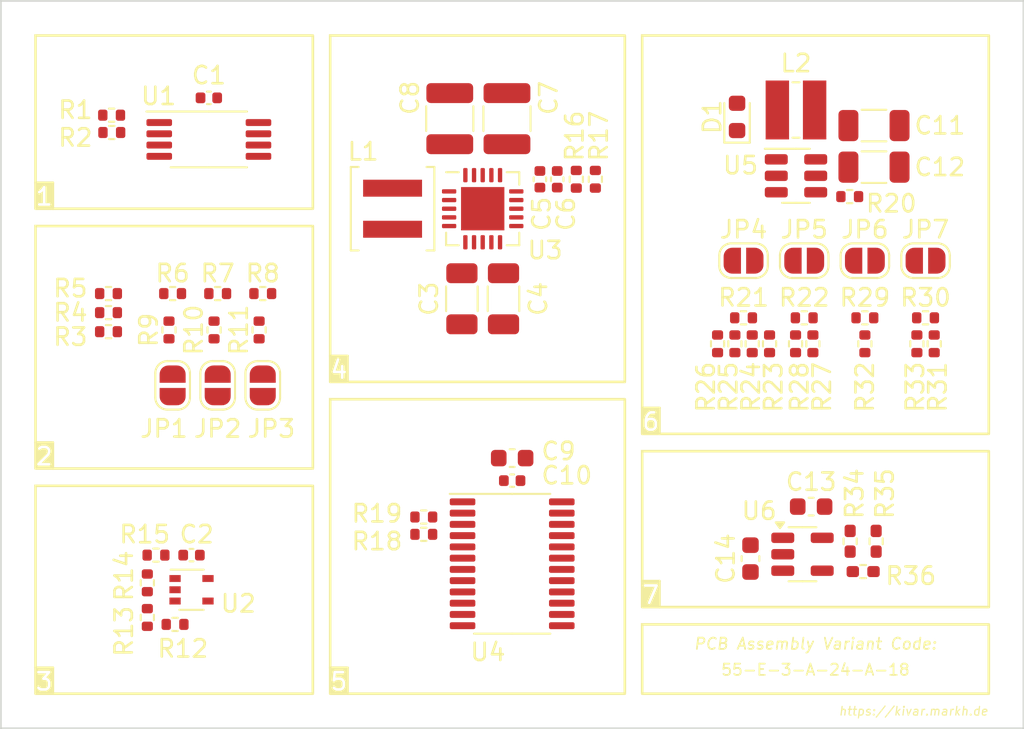
<source format=kicad_pcb>
(kicad_pcb (version 20240108) (generator "pcbnew") (generator_version "8.0")
  (title_block (title "KiVar Demo Board") (date "2025-04-22") (rev "0.5.0") (company "Author: Mark Hämmerling <dev@markh.de>") (comment 4 "https://kivar.markh.de"))
  (layers (0 "F.Cu" signal) (31 "B.Cu" signal) (34 "B.Paste" user) (35 "F.Paste" user) (36 "B.SilkS" user "B.Silkscreen") (37 "F.SilkS" user "F.Silkscreen") (38 "B.Mask" user) (39 "F.Mask" user) (44 "Edge.Cuts" user))
  (net 0 "")
  (net 1 "+BATT")
  (net 2 "GND")
  (net 3 "+3V3")
  (net 4 "Net-(U3-FB)")
  (net 5 "/Example 6: Maximum LED Backlight Drive Current Selection/LED_A")
  (net 6 "Net-(JP1-B)")
  (net 7 "/Example 6: Maximum LED Backlight Drive Current Selection/SW")
  (net 8 "Net-(JP2-B)")
  (net 9 "/Example 2: Boot Source Selection/LCD.DATA6")
  (net 10 "Net-(JP3-B)")
  (net 11 "/Example 2: Boot Source Selection/LCD.DATA7")
  (net 12 "/Example 2: Boot Source Selection/LCD.DATA11")
  (net 13 "/Example 6: Maximum LED Backlight Drive Current Selection/LED_80MA")
  (net 14 "/Example 6: Maximum LED Backlight Drive Current Selection/LED_K")
  (net 15 "/Example 6: Maximum LED Backlight Drive Current Selection/LED_40MA")
  (net 16 "/Example 6: Maximum LED Backlight Drive Current Selection/LED_20MA")
  (net 17 "/Example 6: Maximum LED Backlight Drive Current Selection/LED_10MA")
  (net 18 "/Example 4: IC Variant Selection/LX2")
  (net 19 "/Example 4: IC Variant Selection/LX1")
  (net 20 "/Example 1: I²C Device Address Selection/A0")
  (net 21 "/Example 2: Boot Source Selection/LCD.DATA5")
  (net 22 "/Example 2: Boot Source Selection/LCD.DATA9")
  (net 23 "/Example 2: Boot Source Selection/LCD.DATA13")
  (net 24 "/Example 3: Undervoltage Trip Points/LTH")
  (net 25 "/Example 3: Undervoltage Trip Points/HTH")
  (net 26 "/Example 5: IC Type and Address Selection/A2{slash}~{RST}")
  (net 27 "/Example 6: Maximum LED Backlight Drive Current Selection/LED_PWM")
  (net 28 "/Example 1: I²C Device Address Selection/~{WREN}")
  (net 29 "/Example 1: I²C Device Address Selection/I2C.SDA")
  (net 30 "/Example 1: I²C Device Address Selection/I2C.SCL")
  (net 31 "/Example 3: Undervoltage Trip Points/EN_+3V3")
  (net 32 "/Example 4: IC Variant Selection/EN_+3V3")
  (net 38 "Net-(R12-Pad2)")
  (net 42 "/Example 5: IC Type and Address Selection/I2C1.SDA")
  (net 43 "/Example 5: IC Type and Address Selection/I2C1.SCL")
  (net 54 "Net-(R31-Pad2)")
  (net 55 "+5V")
  (net 56 "/Example 7: LDO Output Voltage Selection/VOUT")
  (net 57 "Net-(U6-FB)")
  (footprint "Resistor_SMD:R_0402_1005Metric" (layer "F.Cu") (at 95.35 90.8 -90)
    (property "Reference" "R26" (at 2.5 0.675 90) (layer "F.SilkS"))
    (property "Value" "10Ω" (hide yes))
    (pad "1" smd roundrect (at -0.51 0 270) (size 0.54 0.64) (layers "F.Cu" "F.Paste" "F.Mask") (net 13 "/Example 6: Maximum LED Backlight Drive Current Selection/LED_80MA"))
    (pad "2" smd roundrect (at 0.51 0 270) (size 0.54 0.64) (layers "F.Cu" "F.Paste" "F.Mask") (net 2 "GND"))
  )
  (footprint "Capacitor_SMD:C_0402_1005Metric" (layer "F.Cu") (at 86.1 81.3 -90)
    (property "Reference" "C6" (at 2 -0.5 90) (layer "F.SilkS"))
    (property "Value" "33pF" (hide yes))
    (pad "1" smd roundrect (at -0.48 0 270) (size 0.56 0.62) (layers "F.Cu" "F.Paste" "F.Mask") (net 3 "+3V3"))
    (pad "2" smd roundrect (at 0.48 0 270) (size 0.56 0.62) (layers "F.Cu" "F.Paste" "F.Mask") (net 4 "Net-(U3-FB)"))
  )
  (footprint "Resistor_SMD:R_0402_1005Metric" (layer "F.Cu") (at 78.4 100.8)
    (property "Reference" "R19" (at -2.7 -0.2 0) (layer "F.SilkS"))
    (property "Value" "0Ω" (hide yes))
    (pad "1" smd roundrect (at -0.51 0) (size 0.54 0.64) (layers "F.Cu" "F.Paste" "F.Mask") (net 2 "GND"))
    (pad "2" smd roundrect (at 0.51 0) (size 0.54 0.64) (layers "F.Cu" "F.Paste" "F.Mask") (net 26 "/Example 5: IC Type and Address Selection/A2{slash}~{RST}"))
  )
  (footprint "Resistor_SMD:R_0402_1005Metric" (layer "F.Cu") (at 64.05 107 180)
    (property "Reference" "R12" (at -0.45 -1.4 180) (layer "F.SilkS"))
    (property "Value" "309kΩ" (hide yes))
    (pad "1" smd roundrect (at -0.51 0 180) (size 0.54 0.64) (layers "F.Cu" "F.Paste" "F.Mask") (net 1 "+BATT"))
    (pad "2" smd roundrect (at 0.51 0 180) (size 0.54 0.64) (layers "F.Cu" "F.Paste" "F.Mask") (net 38 "Net-(R12-Pad2)"))
  )
  (footprint "Resistor_SMD:R_0402_1005Metric" (layer "F.Cu") (at 103.85 89.3)
    (property "Reference" "R29" (at 0 -1.17 0) (layer "F.SilkS"))
    (property "Value" "0Ω" (hide yes))
    (pad "1" smd roundrect (at -0.51 0) (size 0.54 0.64) (layers "F.Cu" "F.Paste" "F.Mask") (net 16 "/Example 6: Maximum LED Backlight Drive Current Selection/LED_20MA"))
    (pad "2" smd roundrect (at 0.51 0) (size 0.54 0.64) (layers "F.Cu" "F.Paste" "F.Mask") (net 14 "/Example 6: Maximum LED Backlight Drive Current Selection/LED_K"))
  )
  (footprint "Resistor_SMD:R_0402_1005Metric" (layer "F.Cu") (at 62.45 104.6 90)
    (property "Reference" "R14" (at 0.4 -1.35 -90) (layer "F.SilkS"))
    (property "Value" "100kΩ" (hide yes))
    (pad "1" smd roundrect (at -0.51 0 90) (size 0.54 0.64) (layers "F.Cu" "F.Paste" "F.Mask") (net 24 "/Example 3: Undervoltage Trip Points/LTH"))
    (pad "2" smd roundrect (at 0.51 0 90) (size 0.54 0.64) (layers "F.Cu" "F.Paste" "F.Mask") (net 25 "/Example 3: Undervoltage Trip Points/HTH"))
  )
  (footprint "Package_DFN_QFN:QFN-20-1EP_4x4mm_P0.5mm_EP2.5x2.5mm" (layer "F.Cu") (at 81.8 83)
    (property "Reference" "U3" (at 3.6 2.4 0) (layer "F.SilkS"))
    (property "Value" "ISL91127IRAZ" (hide yes))
    (pad "1" smd roundrect (at -1.9375 -1) (size 0.825 0.25) (layers "F.Cu" "F.Paste" "F.Mask") (net 18 "/Example 4: IC Variant Selection/LX2"))
    (pad "2" smd roundrect (at -1.9375 -0.5) (size 0.825 0.25) (layers "F.Cu" "F.Paste" "F.Mask") (net 18 "/Example 4: IC Variant Selection/LX2"))
    (pad "3" smd roundrect (at -1.9375 0) (size 0.825 0.25) (layers "F.Cu" "F.Paste" "F.Mask") (net 2 "GND"))
    (pad "4" smd roundrect (at -1.9375 0.5) (size 0.825 0.25) (layers "F.Cu" "F.Paste" "F.Mask") (net 19 "/Example 4: IC Variant Selection/LX1"))
    (pad "5" smd roundrect (at -1.9375 1) (size 0.825 0.25) (layers "F.Cu" "F.Paste" "F.Mask") (net 19 "/Example 4: IC Variant Selection/LX1"))
    (pad "6" smd roundrect (at -1 1.9375) (size 0.25 0.825) (layers "F.Cu" "F.Paste" "F.Mask") (net 1 "+BATT"))
    (pad "7" smd roundrect (at -0.5 1.9375) (size 0.25 0.825) (layers "F.Cu" "F.Paste" "F.Mask") (net 1 "+BATT"))
    (pad "8" smd roundrect (at 0 1.9375) (size 0.25 0.825) (layers "F.Cu" "F.Paste" "F.Mask") (net 1 "+BATT"))
    (pad "9" smd roundrect (at 0.5 1.9375) (size 0.25 0.825) (layers "F.Cu" "F.Paste" "F.Mask") (net 1 "+BATT"))
    (pad "10" smd roundrect (at 1 1.9375) (size 0.25 0.825) (layers "F.Cu" "F.Paste" "F.Mask") (net 1 "+BATT"))
    (pad "11" smd roundrect (at 1.9375 1) (size 0.825 0.25) (layers "F.Cu" "F.Paste" "F.Mask") (net 32 "/Example 4: IC Variant Selection/EN_+3V3"))
    (pad "12" smd roundrect (at 1.9375 0.5) (size 0.825 0.25) (layers "F.Cu" "F.Paste" "F.Mask") (net 1 "+BATT"))
    (pad "13" smd roundrect (at 1.9375 0) (size 0.825 0.25) (layers "F.Cu" "F.Paste" "F.Mask") (net 2 "GND"))
    (pad "14" smd roundrect (at 1.9375 -0.5) (size 0.825 0.25) (layers "F.Cu" "F.Paste" "F.Mask") (net 2 "GND"))
    (pad "15" smd roundrect (at 1.9375 -1) (size 0.825 0.25) (layers "F.Cu" "F.Paste" "F.Mask") (net 4 "Net-(U3-FB)"))
    (pad "16" smd roundrect (at 1 -1.9375) (size 0.25 0.825) (layers "F.Cu" "F.Paste" "F.Mask"))
    (pad "17" smd roundrect (at 0.5 -1.9375) (size 0.25 0.825) (layers "F.Cu" "F.Paste" "F.Mask") (net 3 "+3V3"))
    (pad "18" smd roundrect (at 0 -1.9375) (size 0.25 0.825) (layers "F.Cu" "F.Paste" "F.Mask") (net 3 "+3V3"))
    (pad "19" smd roundrect (at -0.5 -1.9375) (size 0.25 0.825) (layers "F.Cu" "F.Paste" "F.Mask") (net 3 "+3V3"))
    (pad "20" smd roundrect (at -1 -1.9375) (size 0.25 0.825) (layers "F.Cu" "F.Paste" "F.Mask") (net 3 "+3V3"))
    (pad "21" smd rect (at 0 0) (size 2.5 2.5) (layers "F.Cu" "F.Mask") (net 2 "GND"))
  )
  (footprint "Resistor_SMD:R_0402_1005Metric" (layer "F.Cu") (at 97.35 90.8 -90)
    (property "Reference" "R24" (at 2.5 0.075 90) (layer "F.SilkS"))
    (property "Value" "10Ω" (hide yes))
    (pad "1" smd roundrect (at -0.51 0 270) (size 0.54 0.64) (layers "F.Cu" "F.Paste" "F.Mask") (net 13 "/Example 6: Maximum LED Backlight Drive Current Selection/LED_80MA"))
    (pad "2" smd roundrect (at 0.51 0 270) (size 0.54 0.64) (layers "F.Cu" "F.Paste" "F.Mask") (net 2 "GND"))
  )
  (footprint "Resistor_SMD:R_0402_1005Metric" (layer "F.Cu") (at 78.4 101.8 180)
    (property "Reference" "R18" (at 2.7 -0.4 180) (layer "F.SilkS"))
    (property "Value" "10kΩ" (hide yes))
    (pad "1" smd roundrect (at -0.51 0 180) (size 0.54 0.64) (layers "F.Cu" "F.Paste" "F.Mask") (net 26 "/Example 5: IC Type and Address Selection/A2{slash}~{RST}"))
    (pad "2" smd roundrect (at 0.51 0 180) (size 0.54 0.64) (layers "F.Cu" "F.Paste" "F.Mask") (net 3 "+3V3"))
  )
  (footprint "Jumper:SolderJumper-2_P1.3mm_Open_RoundedPad1.0x1.5mm" (layer "F.Cu") (at 69.11 93.2 90)
    (property "Reference" "JP3" (at -2.5 0.5 0) (layer "F.SilkS"))
    (property "Value" "BT_CFG2_3" (hide yes))
    (pad "1" smd custom (at -0.65 0 90) (size 1 0.5) (layers "F.Cu" "F.Mask") (net 12 "/Example 2: Boot Source Selection/LCD.DATA11") (options (clearance outline) (anchor rect)) (primitives (gr_circle (center 0 0.25) (end 0.5 0.25) (width 0) (fill yes)) (gr_circle (center 0 -0.25) (end 0.5 -0.25) (width 0) (fill yes)) (gr_poly (pts (xy 0.5 0.75) (xy 0 0.75) (xy 0 -0.75) (xy 0.5 -0.75)) (width 0) (fill yes))))
    (pad "2" smd custom (at 0.65 0 90) (size 1 0.5) (layers "F.Cu" "F.Mask") (net 10 "Net-(JP3-B)") (options (clearance outline) (anchor rect)) (primitives (gr_circle (center 0 0.25) (end 0.5 0.25) (width 0) (fill yes)) (gr_circle (center 0 -0.25) (end 0.5 -0.25) (width 0) (fill yes)) (gr_poly (pts (xy 0 0.75) (xy -0.5 0.75) (xy -0.5 -0.75) (xy 0 -0.75)) (width 0) (fill yes))))
  )
  (footprint "Package_TO_SOT_SMD:SOT-23-5" (layer "F.Cu") (at 100.25 102.95)
    (property "Reference" "U6" (at -2.5 -2.5 0) (layer "F.SilkS"))
    (property "Value" "LDO" (hide yes))
    (pad "1" smd roundrect (at -1.1375 -0.95) (size 1.325 0.6) (layers "F.Cu" "F.Paste" "F.Mask") (net 55 "+5V"))
    (pad "2" smd roundrect (at -1.1375 0) (size 1.325 0.6) (layers "F.Cu" "F.Paste" "F.Mask") (net 2 "GND"))
    (pad "3" smd roundrect (at -1.1375 0.95) (size 1.325 0.6) (layers "F.Cu" "F.Paste" "F.Mask") (net 55 "+5V"))
    (pad "4" smd roundrect (at 1.1375 0.95) (size 1.325 0.6) (layers "F.Cu" "F.Paste" "F.Mask") (net 57 "Net-(U6-FB)"))
    (pad "5" smd roundrect (at 1.1375 -0.95) (size 1.325 0.6) (layers "F.Cu" "F.Paste" "F.Mask") (net 56 "/Example 7: LDO Output Voltage Selection/VOUT"))
  )
  (footprint "Resistor_SMD:R_0402_1005Metric" (layer "F.Cu") (at 60.21 87.9)
    (property "Reference" "R5" (at -2.2 -0.3 0) (layer "F.SilkS"))
    (property "Value" "10kΩ" (hide yes))
    (pad "1" smd roundrect (at -0.51 0) (size 0.54 0.64) (layers "F.Cu" "F.Paste" "F.Mask") (net 23 "/Example 2: Boot Source Selection/LCD.DATA13"))
    (pad "2" smd roundrect (at 0.51 0) (size 0.54 0.64) (layers "F.Cu" "F.Paste" "F.Mask") (net 3 "+3V3"))
  )
  (footprint "Inductor_SMD:L_Coilcraft_XAL4030-XXX" (layer "F.Cu") (at 76.6 83 -90)
    (property "Reference" "L1" (at -3.3 1.7 0) (layer "F.SilkS"))
    (property "Value" "1µH" (hide yes))
    (pad "1" smd rect (at -1.185 0 270) (size 0.98 3.4) (layers "F.Cu" "F.Paste" "F.Mask") (net 18 "/Example 4: IC Variant Selection/LX2"))
    (pad "2" smd rect (at 1.185 0 270) (size 0.98 3.4) (layers "F.Cu" "F.Paste" "F.Mask") (net 19 "/Example 4: IC Variant Selection/LX1"))
  )
  (footprint "Resistor_SMD:R_0402_1005Metric" (layer "F.Cu") (at 66.3 90 90)
    (property "Reference" "R10" (at 0 -1.17 -90) (layer "F.SilkS"))
    (property "Value" "0Ω" (hide yes))
    (pad "1" smd roundrect (at -0.51 0 90) (size 0.54 0.64) (layers "F.Cu" "F.Paste" "F.Mask") (net 11 "/Example 2: Boot Source Selection/LCD.DATA7"))
    (pad "2" smd roundrect (at 0.51 0 90) (size 0.54 0.64) (layers "F.Cu" "F.Paste" "F.Mask") (net 8 "Net-(JP2-B)"))
  )
  (footprint "Resistor_SMD:R_0402_1005Metric" (layer "F.Cu") (at 87.2 81.3 -90)
    (property "Reference" "R16" (at -2.5 0.1 90) (layer "F.SilkS"))
    (property "Value" "1MΩ" (hide yes))
    (pad "1" smd roundrect (at -0.51 0 270) (size 0.54 0.64) (layers "F.Cu" "F.Paste" "F.Mask") (net 3 "+3V3"))
    (pad "2" smd roundrect (at 0.51 0 270) (size 0.54 0.64) (layers "F.Cu" "F.Paste" "F.Mask") (net 4 "Net-(U3-FB)"))
  )
  (footprint "Resistor_SMD:R_0402_1005Metric" (layer "F.Cu") (at 63.7 90 90)
    (property "Reference" "R9" (at 0 -1.17 -90) (layer "F.SilkS"))
    (property "Value" "0Ω" (hide yes))
    (pad "1" smd roundrect (at -0.51 0 90) (size 0.54 0.64) (layers "F.Cu" "F.Paste" "F.Mask") (net 9 "/Example 2: Boot Source Selection/LCD.DATA6"))
    (pad "2" smd roundrect (at 0.51 0 90) (size 0.54 0.64) (layers "F.Cu" "F.Paste" "F.Mask") (net 6 "Net-(JP1-B)"))
  )
  (footprint "Resistor_SMD:R_0402_1005Metric" (layer "F.Cu") (at 62.45 106.6 90)
    (property "Reference" "R13" (at -0.8 -1.35 -90) (layer "F.SilkS"))
    (property "Value" "1MΩ" (hide yes))
    (pad "1" smd roundrect (at -0.51 0 90) (size 0.54 0.64) (layers "F.Cu" "F.Paste" "F.Mask") (net 38 "Net-(R12-Pad2)"))
    (pad "2" smd roundrect (at 0.51 0 90) (size 0.54 0.64) (layers "F.Cu" "F.Paste" "F.Mask") (net 24 "/Example 3: Undervoltage Trip Points/LTH"))
  )
  (footprint "Jumper:SolderJumper-2_P1.3mm_Open_RoundedPad1.0x1.5mm" (layer "F.Cu") (at 103.85 86)
    (property "Reference" "JP6" (at 0 -1.8 0) (layer "F.SilkS"))
    (property "Value" "BT_CFG1_6" (hide yes))
    (pad "1" smd custom (at -0.65 0) (size 1 0.5) (layers "F.Cu" "F.Mask") (net 16 "/Example 6: Maximum LED Backlight Drive Current Selection/LED_20MA") (options (clearance outline) (anchor rect)) (primitives (gr_circle (center 0 0.25) (end 0.5 0.25) (width 0) (fill yes)) (gr_circle (center 0 -0.25) (end 0.5 -0.25) (width 0) (fill yes)) (gr_poly (pts (xy 0.5 0.75) (xy 0 0.75) (xy 0 -0.75) (xy 0.5 -0.75)) (width 0) (fill yes))))
    (pad "2" smd custom (at 0.65 0) (size 1 0.5) (layers "F.Cu" "F.Mask") (net 14 "/Example 6: Maximum LED Backlight Drive Current Selection/LED_K") (options (clearance outline) (anchor rect)) (primitives (gr_circle (center 0 0.25) (end 0.5 0.25) (width 0) (fill yes)) (gr_circle (center 0 -0.25) (end 0.5 -0.25) (width 0) (fill yes)) (gr_poly (pts (xy 0 0.75) (xy -0.5 0.75) (xy -0.5 -0.75) (xy 0 -0.75)) (width 0) (fill yes))))
  )
  (footprint "Resistor_SMD:R_0402_1005Metric_Pad0.72x0.64mm_HandSolder" (layer "F.Cu") (at 103.75 103.95 180)
    (property "Reference" "R36" (at -2.75 -0.25 0) (layer "F.SilkS"))
    (property "Value" "100kΩ" (hide yes))
    (pad "1" smd roundrect (at -0.5975 0 180) (size 0.715 0.64) (layers "F.Cu" "F.Paste" "F.Mask") (net 2 "GND"))
    (pad "2" smd roundrect (at 0.5975 0 180) (size 0.715 0.64) (layers "F.Cu" "F.Paste" "F.Mask") (net 57 "Net-(U6-FB)"))
  )
  (footprint "Capacitor_SMD:C_1210_3225Metric" (layer "F.Cu") (at 83.2 77.8 90)
    (property "Reference" "C7" (at 1.2 2.4 90) (layer "F.SilkS"))
    (property "Value" "100µF" (hide yes))
    (pad "1" smd roundrect (at -1.475 0 90) (size 1.15 2.7) (layers "F.Cu" "F.Paste" "F.Mask") (roundrect_rratio 0.217391) (net 3 "+3V3"))
    (pad "2" smd roundrect (at 1.475 0 90) (size 1.15 2.7) (layers "F.Cu" "F.Paste" "F.Mask") (roundrect_rratio 0.217391) (net 2 "GND"))
  )
  (footprint "Capacitor_SMD:C_0603_1608Metric" (layer "F.Cu") (at 97.25 103.2 90)
    (property "Reference" "C14" (at 0 -1.43 90) (layer "F.SilkS"))
    (property "Value" "1µF" (hide yes))
    (pad "1" smd roundrect (at -0.775 0 90) (size 0.9 0.95) (layers "F.Cu" "F.Paste" "F.Mask") (net 55 "+5V"))
    (pad "2" smd roundrect (at 0.775 0 90) (size 0.9 0.95) (layers "F.Cu" "F.Paste" "F.Mask") (net 2 "GND"))
  )
  (footprint "Resistor_SMD:R_0402_1005Metric" (layer "F.Cu") (at 100.35 89.3)
    (property "Reference" "R22" (at 0 -1.17 0) (layer "F.SilkS"))
    (property "Value" "0Ω" (hide yes))
    (pad "1" smd roundrect (at -0.51 0) (size 0.54 0.64) (layers "F.Cu" "F.Paste" "F.Mask") (net 15 "/Example 6: Maximum LED Backlight Drive Current Selection/LED_40MA"))
    (pad "2" smd roundrect (at 0.51 0) (size 0.54 0.64) (layers "F.Cu" "F.Paste" "F.Mask") (net 14 "/Example 6: Maximum LED Backlight Drive Current Selection/LED_K"))
  )
  (footprint "Resistor_SMD:R_0402_1005Metric" (layer "F.Cu") (at 60.21 90.1)
    (property "Reference" "R3" (at -2.2 0.3 0) (layer "F.SilkS"))
    (property "Value" "10kΩ" (hide yes))
    (pad "1" smd roundrect (at -0.51 0) (size 0.54 0.64) (layers "F.Cu" "F.Paste" "F.Mask") (net 21 "/Example 2: Boot Source Selection/LCD.DATA5"))
    (pad "2" smd roundrect (at 0.51 0) (size 0.54 0.64) (layers "F.Cu" "F.Paste" "F.Mask") (net 3 "+3V3"))
  )
  (footprint "Resistor_SMD:R_0402_1005Metric" (layer "F.Cu") (at 62.95 103)
    (property "Reference" "R15" (at -0.65 -1.2 0) (layer "F.SilkS"))
    (property "Value" "750kΩ" (hide yes))
    (pad "1" smd roundrect (at -0.51 0) (size 0.54 0.64) (layers "F.Cu" "F.Paste" "F.Mask") (net 25 "/Example 3: Undervoltage Trip Points/HTH"))
    (pad "2" smd roundrect (at 0.51 0) (size 0.54 0.64) (layers "F.Cu" "F.Paste" "F.Mask") (net 2 "GND"))
  )
  (footprint "Resistor_SMD:R_0402_1005Metric" (layer "F.Cu") (at 60.4 78.6)
    (property "Reference" "R2" (at -2.1 0.3 0) (layer "F.SilkS"))
    (property "Value" "0Ω" (hide yes))
    (pad "1" smd roundrect (at -0.51 0) (size 0.54 0.64) (layers "F.Cu" "F.Paste" "F.Mask") (net 2 "GND"))
    (pad "2" smd roundrect (at 0.51 0) (size 0.54 0.64) (layers "F.Cu" "F.Paste" "F.Mask") (net 20 "/Example 1: I²C Device Address Selection/A0"))
  )
  (footprint "Capacitor_SMD:C_0402_1005Metric" (layer "F.Cu") (at 85.1 81.3 -90)
    (property "Reference" "C5" (at 2 -0.1 90) (layer "F.SilkS"))
    (property "Value" "33pF" (hide yes))
    (pad "1" smd roundrect (at -0.48 0 270) (size 0.56 0.62) (layers "F.Cu" "F.Paste" "F.Mask") (net 3 "+3V3"))
    (pad "2" smd roundrect (at 0.48 0 270) (size 0.56 0.62) (layers "F.Cu" "F.Paste" "F.Mask") (net 4 "Net-(U3-FB)"))
  )
  (footprint "Jumper:SolderJumper-2_P1.3mm_Open_RoundedPad1.0x1.5mm" (layer "F.Cu") (at 66.51 93.2 90)
    (property "Reference" "JP2" (at -2.5 0 0) (layer "F.SilkS"))
    (property "Value" "BT_CFG1_7" (hide yes))
    (pad "1" smd custom (at -0.65 0 90) (size 1 0.5) (layers "F.Cu" "F.Mask") (net 11 "/Example 2: Boot Source Selection/LCD.DATA7") (options (clearance outline) (anchor rect)) (primitives (gr_circle (center 0 0.25) (end 0.5 0.25) (width 0) (fill yes)) (gr_circle (center 0 -0.25) (end 0.5 -0.25) (width 0) (fill yes)) (gr_poly (pts (xy 0.5 0.75) (xy 0 0.75) (xy 0 -0.75) (xy 0.5 -0.75)) (width 0) (fill yes))))
    (pad "2" smd custom (at 0.65 0 90) (size 1 0.5) (layers "F.Cu" "F.Mask") (net 8 "Net-(JP2-B)") (options (clearance outline) (anchor rect)) (primitives (gr_circle (center 0 0.25) (end 0.5 0.25) (width 0) (fill yes)) (gr_circle (center 0 -0.25) (end 0.5 -0.25) (width 0) (fill yes)) (gr_poly (pts (xy 0 0.75) (xy -0.5 0.75) (xy -0.5 -0.75) (xy 0 -0.75)) (width 0) (fill yes))))
  )
  (footprint "Resistor_SMD:R_0402_1005Metric" (layer "F.Cu") (at 100.85 90.8 -90)
    (property "Reference" "R27" (at 2.5 -0.525 90) (layer "F.SilkS"))
    (property "Value" "10Ω" (hide yes))
    (pad "1" smd roundrect (at -0.51 0 270) (size 0.54 0.64) (layers "F.Cu" "F.Paste" "F.Mask") (net 15 "/Example 6: Maximum LED Backlight Drive Current Selection/LED_40MA"))
    (pad "2" smd roundrect (at 0.51 0 270) (size 0.54 0.64) (layers "F.Cu" "F.Paste" "F.Mask") (net 2 "GND"))
  )
  (footprint "Capacitor_SMD:C_1206_3216Metric" (layer "F.Cu") (at 104.375 80.6)
    (property "Reference" "C12" (at 3.8 0 0) (layer "F.SilkS"))
    (property "Value" "1µF 50V" (hide yes))
    (pad "1" smd roundrect (at -1.475 0) (size 1.15 1.8) (layers "F.Cu" "F.Paste" "F.Mask") (roundrect_rratio 0.217391) (net 5 "/Example 6: Maximum LED Backlight Drive Current Selection/LED_A"))
    (pad "2" smd roundrect (at 1.475 0) (size 1.15 1.8) (layers "F.Cu" "F.Paste" "F.Mask") (roundrect_rratio 0.217391) (net 2 "GND"))
  )
  (footprint "Resistor_SMD:R_0402_1005Metric" (layer "F.Cu") (at 63.91 87.9)
    (property "Reference" "R6" (at 0 -1.17 0) (layer "F.SilkS"))
    (property "Value" "10kΩ" (hide yes))
    (pad "1" smd roundrect (at -0.51 0) (size 0.54 0.64) (layers "F.Cu" "F.Paste" "F.Mask") (net 6 "Net-(JP1-B)"))
    (pad "2" smd roundrect (at 0.51 0) (size 0.54 0.64) (layers "F.Cu" "F.Paste" "F.Mask") (net 3 "+3V3"))
  )
  (footprint "Resistor_SMD:R_0402_1005Metric" (layer "F.Cu") (at 68.9 90 90)
    (property "Reference" "R11" (at 0 -1.17 -90) (layer "F.SilkS"))
    (property "Value" "0Ω" (hide yes))
    (pad "1" smd roundrect (at -0.51 0 90) (size 0.54 0.64) (layers "F.Cu" "F.Paste" "F.Mask") (net 12 "/Example 2: Boot Source Selection/LCD.DATA11"))
    (pad "2" smd roundrect (at 0.51 0 90) (size 0.54 0.64) (layers "F.Cu" "F.Paste" "F.Mask") (net 10 "Net-(JP3-B)"))
  )
  (footprint "Resistor_SMD:R_0402_1005Metric" (layer "F.Cu") (at 107.35 89.3)
    (property "Reference" "R30" (at 0 -1.17 0) (layer "F.SilkS"))
    (property "Value" "0Ω" (hide yes))
    (pad "1" smd roundrect (at -0.51 0) (size 0.54 0.64) (layers "F.Cu" "F.Paste" "F.Mask") (net 17 "/Example 6: Maximum LED Backlight Drive Current Selection/LED_10MA"))
    (pad "2" smd roundrect (at 0.51 0) (size 0.54 0.64) (layers "F.Cu" "F.Paste" "F.Mask") (net 14 "/Example 6: Maximum LED Backlight Drive Current Selection/LED_K"))
  )
  (footprint "Capacitor_SMD:C_0402_1005Metric" (layer "F.Cu") (at 65 103 180)
    (property "Reference" "C2" (at -0.3 1.2 180) (layer "F.SilkS"))
    (property "Value" "0.1µF" (hide yes))
    (pad "1" smd roundrect (at -0.48 0 180) (size 0.56 0.62) (layers "F.Cu" "F.Paste" "F.Mask") (net 1 "+BATT"))
    (pad "2" smd roundrect (at 0.48 0 180) (size 0.56 0.62) (layers "F.Cu" "F.Paste" "F.Mask") (net 2 "GND"))
  )
  (footprint "Inductor_SMD:L_Wuerth_MAPI-3020" (layer "F.Cu") (at 99.875 77.3)
    (property "Reference" "L2" (at 0 -2.7 0) (layer "F.SilkS"))
    (property "Value" "6.8µH" (hide yes))
    (pad "1" smd rect (at -1.075 0) (size 1.35 3.4) (layers "F.Cu" "F.Paste" "F.Mask") (net 7 "/Example 6: Maximum LED Backlight Drive Current Selection/SW"))
    (pad "2" smd rect (at 1.075 0) (size 1.35 3.4) (layers "F.Cu" "F.Paste" "F.Mask") (net 1 "+BATT"))
  )
  (footprint "Jumper:SolderJumper-2_P1.3mm_Open_RoundedPad1.0x1.5mm" (layer "F.Cu") (at 107.35 86)
    (property "Reference" "JP7" (at 0 -1.8 0) (layer "F.SilkS"))
    (property "Value" "BT_CFG1_6" (hide yes))
    (pad "1" smd custom (at -0.65 0) (size 1 0.5) (layers "F.Cu" "F.Mask") (net 17 "/Example 6: Maximum LED Backlight Drive Current Selection/LED_10MA") (options (clearance outline) (anchor rect)) (primitives (gr_circle (center 0 0.25) (end 0.5 0.25) (width 0) (fill yes)) (gr_circle (center 0 -0.25) (end 0.5 -0.25) (width 0) (fill yes)) (gr_poly (pts (xy 0.5 0.75) (xy 0 0.75) (xy 0 -0.75) (xy 0.5 -0.75)) (width 0) (fill yes))))
    (pad "2" smd custom (at 0.65 0) (size 1 0.5) (layers "F.Cu" "F.Mask") (net 14 "/Example 6: Maximum LED Backlight Drive Current Selection/LED_K") (options (clearance outline) (anchor rect)) (primitives (gr_circle (center 0 0.25) (end 0.5 0.25) (width 0) (fill yes)) (gr_circle (center 0 -0.25) (end 0.5 -0.25) (width 0) (fill yes)) (gr_poly (pts (xy 0 0.75) (xy -0.5 0.75) (xy -0.5 -0.75) (xy 0 -0.75)) (width 0) (fill yes))))
  )
  (footprint "Package_TO_SOT_SMD:SOT-353_SC-70-5" (layer "F.Cu") (at 65 105)
    (property "Reference" "U2" (at 2.7 0.8 0) (layer "F.SilkS"))
    (property "Value" "MIC841HYC5" (hide yes))
    (pad "1" smd rect (at -0.95 -0.65) (size 0.65 0.4) (layers "F.Cu" "F.Paste" "F.Mask") (net 25 "/Example 3: Undervoltage Trip Points/HTH"))
    (pad "2" smd rect (at -0.95 0) (size 0.65 0.4) (layers "F.Cu" "F.Paste" "F.Mask") (net 2 "GND"))
    (pad "3" smd rect (at -0.95 0.65) (size 0.65 0.4) (layers "F.Cu" "F.Paste" "F.Mask") (net 24 "/Example 3: Undervoltage Trip Points/LTH"))
    (pad "4" smd rect (at 0.95 0.65) (size 0.65 0.4) (layers "F.Cu" "F.Paste" "F.Mask") (net 31 "/Example 3: Undervoltage Trip Points/EN_+3V3"))
    (pad "5" smd rect (at 0.95 -0.65) (size 0.65 0.4) (layers "F.Cu" "F.Paste" "F.Mask") (net 1 "+BATT"))
  )
  (footprint "Capacitor_SMD:C_0603_1608Metric" (layer "F.Cu") (at 100.75 100.2)
    (property "Reference" "C13" (at 0 -1.43 0) (layer "F.SilkS"))
    (property "Value" "1µF" (hide yes))
    (pad "1" smd roundrect (at -0.775 0) (size 0.9 0.95) (layers "F.Cu" "F.Paste" "F.Mask") (net 2 "GND"))
    (pad "2" smd roundrect (at 0.775 0) (size 0.9 0.95) (layers "F.Cu" "F.Paste" "F.Mask") (net 56 "/Example 7: LDO Output Voltage Selection/VOUT"))
  )
  (footprint "Capacitor_SMD:C_0402_1005Metric" (layer "F.Cu") (at 66 76.6 180)
    (property "Reference" "C1" (at 0 1.3 180) (layer "F.SilkS"))
    (property "Value" "0.1µF" (hide yes))
    (pad "1" smd roundrect (at -0.48 0 180) (size 0.56 0.62) (layers "F.Cu" "F.Paste" "F.Mask") (net 3 "+3V3"))
    (pad "2" smd roundrect (at 0.48 0 180) (size 0.56 0.62) (layers "F.Cu" "F.Paste" "F.Mask") (net 2 "GND"))
  )
  (footprint "Resistor_SMD:R_0402_1005Metric" (layer "F.Cu") (at 107.85 90.8 -90)
    (property "Reference" "R31" (at 2.5 -0.2 90) (layer "F.SilkS"))
    (property "Value" "10Ω" (hide yes))
    (pad "1" smd roundrect (at -0.51 0 270) (size 0.54 0.64) (layers "F.Cu" "F.Paste" "F.Mask") (net 17 "/Example 6: Maximum LED Backlight Drive Current Selection/LED_10MA"))
    (pad "2" smd roundrect (at 0.51 0 270) (size 0.54 0.64) (layers "F.Cu" "F.Paste" "F.Mask") (net 54 "Net-(R31-Pad2)"))
  )
  (footprint "Resistor_SMD:R_0402_1005Metric_Pad0.72x0.64mm_HandSolder" (layer "F.Cu") (at 103 102.2 -90)
    (property "Reference" "R34" (at -2.75 -0.25 90) (layer "F.SilkS"))
    (property "Value" "100kΩ" (hide yes))
    (pad "1" smd roundrect (at -0.5975 0 270) (size 0.715 0.64) (layers "F.Cu" "F.Paste" "F.Mask") (net 56 "/Example 7: LDO Output Voltage Selection/VOUT"))
    (pad "2" smd roundrect (at 0.5975 0 270) (size 0.715 0.64) (layers "F.Cu" "F.Paste" "F.Mask") (net 57 "Net-(U6-FB)"))
  )
  (footprint "Resistor_SMD:R_0402_1005Metric" (layer "F.Cu") (at 69.11 87.9)
    (property "Reference" "R8" (at 0 -1.17 0) (layer "F.SilkS"))
    (property "Value" "10kΩ" (hide yes))
    (pad "1" smd roundrect (at -0.51 0) (size 0.54 0.64) (layers "F.Cu" "F.Paste" "F.Mask") (net 10 "Net-(JP3-B)"))
    (pad "2" smd roundrect (at 0.51 0) (size 0.54 0.64) (layers "F.Cu" "F.Paste" "F.Mask") (net 3 "+3V3"))
  )
  (footprint "Resistor_SMD:R_0402_1005Metric" (layer "F.Cu") (at 66.51 87.9)
    (property "Reference" "R7" (at 0 -1.17 0) (layer "F.SilkS"))
    (property "Value" "10kΩ" (hide yes))
    (pad "1" smd roundrect (at -0.51 0) (size 0.54 0.64) (layers "F.Cu" "F.Paste" "F.Mask") (net 8 "Net-(JP2-B)"))
    (pad "2" smd roundrect (at 0.51 0) (size 0.54 0.64) (layers "F.Cu" "F.Paste" "F.Mask") (net 3 "+3V3"))
  )
  (footprint "Resistor_SMD:R_0402_1005Metric" (layer "F.Cu") (at 99.85 90.8 -90)
    (property "Reference" "R28" (at 2.5 -0.225 90) (layer "F.SilkS"))
    (property "Value" "10Ω" (hide yes))
    (pad "1" smd roundrect (at -0.51 0 270) (size 0.54 0.64) (layers "F.Cu" "F.Paste" "F.Mask") (net 15 "/Example 6: Maximum LED Backlight Drive Current Selection/LED_40MA"))
    (pad "2" smd roundrect (at 0.51 0 270) (size 0.54 0.64) (layers "F.Cu" "F.Paste" "F.Mask") (net 2 "GND"))
  )
  (footprint "Capacitor_SMD:C_1206_3216Metric" (layer "F.Cu") (at 83 88.2 -90)
    (property "Reference" "C4" (at 0 -2 90) (layer "F.SilkS"))
    (property "Value" "22µF" (hide yes))
    (pad "1" smd roundrect (at -1.475 0 270) (size 1.15 1.8) (layers "F.Cu" "F.Paste" "F.Mask") (roundrect_rratio 0.217391) (net 1 "+BATT"))
    (pad "2" smd roundrect (at 1.475 0 270) (size 1.15 1.8) (layers "F.Cu" "F.Paste" "F.Mask") (roundrect_rratio 0.217391) (net 2 "GND"))
  )
  (footprint "Capacitor_SMD:C_0402_1005Metric" (layer "F.Cu") (at 83.5 98.7 180)
    (property "Reference" "C10" (at -1.6 0.3 180) (layer "F.SilkS") (effects (justify left)))
    (property "Value" "0.1µF" (hide yes))
    (pad "1" smd roundrect (at -0.48 0 180) (size 0.56 0.62) (layers "F.Cu" "F.Paste" "F.Mask") (net 3 "+3V3"))
    (pad "2" smd roundrect (at 0.48 0 180) (size 0.56 0.62) (layers "F.Cu" "F.Paste" "F.Mask") (net 2 "GND"))
  )
  (footprint "Package_SO:TSSOP-8_4.4x3mm_P0.65mm" (layer "F.Cu") (at 66 79)
    (property "Reference" "U1" (at -2.9 -2.5 0) (layer "F.SilkS"))
    (property "Value" "24C02" (hide yes))
    (pad "1" smd roundrect (at -2.8625 -0.975) (size 1.475 0.4) (layers "F.Cu" "F.Paste" "F.Mask") (net 20 "/Example 1: I²C Device Address Selection/A0"))
    (pad "2" smd roundrect (at -2.8625 -0.325) (size 1.475 0.4) (layers "F.Cu" "F.Paste" "F.Mask") (net 2 "GND"))
    (pad "3" smd roundrect (at -2.8625 0.325) (size 1.475 0.4) (layers "F.Cu" "F.Paste" "F.Mask") (net 3 "+3V3"))
    (pad "4" smd roundrect (at -2.8625 0.975) (size 1.475 0.4) (layers "F.Cu" "F.Paste" "F.Mask") (net 2 "GND"))
    (pad "5" smd roundrect (at 2.8625 0.975) (size 1.475 0.4) (layers "F.Cu" "F.Paste" "F.Mask") (net 29 "/Example 1: I²C Device Address Selection/I2C.SDA"))
    (pad "6" smd roundrect (at 2.8625 0.325) (size 1.475 0.4) (layers "F.Cu" "F.Paste" "F.Mask") (net 30 "/Example 1: I²C Device Address Selection/I2C.SCL"))
    (pad "7" smd roundrect (at 2.8625 -0.325) (size 1.475 0.4) (layers "F.Cu" "F.Paste" "F.Mask") (net 28 "/Example 1: I²C Device Address Selection/~{WREN}"))
    (pad "8" smd roundrect (at 2.8625 -0.975) (size 1.475 0.4) (layers "F.Cu" "F.Paste" "F.Mask") (net 3 "+3V3"))
  )
  (footprint "Resistor_SMD:R_0402_1005Metric" (layer "F.Cu") (at 102.975 82.3)
    (property "Reference" "R20" (at 2.4 0.4 0) (layer "F.SilkS"))
    (property "Value" "10kΩ" (hide yes))
    (pad "1" smd roundrect (at -0.51 0) (size 0.54 0.64) (layers "F.Cu" "F.Paste" "F.Mask") (net 27 "/Example 6: Maximum LED Backlight Drive Current Selection/LED_PWM"))
    (pad "2" smd roundrect (at 0.51 0) (size 0.54 0.64) (layers "F.Cu" "F.Paste" "F.Mask") (net 2 "GND"))
  )
  (footprint "Capacitor_SMD:C_1206_3216Metric" (layer "F.Cu") (at 104.375 78.2)
    (property "Reference" "C11" (at 3.8 0 0) (layer "F.SilkS"))
    (property "Value" "10µF" (hide yes))
    (pad "1" smd roundrect (at -1.475 0) (size 1.15 1.8) (layers "F.Cu" "F.Paste" "F.Mask") (roundrect_rratio 0.217391) (net 1 "+BATT"))
    (pad "2" smd roundrect (at 1.475 0) (size 1.15 1.8) (layers "F.Cu" "F.Paste" "F.Mask") (roundrect_rratio 0.217391) (net 2 "GND"))
  )
  (footprint "Resistor_SMD:R_0402_1005Metric" (layer "F.Cu") (at 96.85 89.3)
    (property "Reference" "R21" (at 0 -1.17 0) (layer "F.SilkS"))
    (property "Value" "0Ω" (hide yes))
    (pad "1" smd roundrect (at -0.51 0) (size 0.54 0.64) (layers "F.Cu" "F.Paste" "F.Mask") (net 13 "/Example 6: Maximum LED Backlight Drive Current Selection/LED_80MA"))
    (pad "2" smd roundrect (at 0.51 0) (size 0.54 0.64) (layers "F.Cu" "F.Paste" "F.Mask") (net 14 "/Example 6: Maximum LED Backlight Drive Current Selection/LED_K"))
  )
  (footprint "Package_SO:TSSOP-24_4.4x7.8mm_P0.65mm" (layer "F.Cu") (at 83.5 103.5)
    (property "Reference" "U4" (at -1.4 5.1 0) (layer "F.SilkS"))
    (property "Value" "TCA9535PWR" (hide yes))
    (pad "1" smd roundrect (at -2.8625 -3.575) (size 1.475 0.4) (layers "F.Cu" "F.Paste" "F.Mask"))
    (pad "2" smd roundrect (at -2.8625 -2.925) (size 1.475 0.4) (layers "F.Cu" "F.Paste" "F.Mask") (net 2 "GND"))
    (pad "3" smd roundrect (at -2.8625 -2.275) (size 1.475 0.4) (layers "F.Cu" "F.Paste" "F.Mask") (net 26 "/Example 5: IC Type and Address Selection/A2{slash}~{RST}"))
    (pad "4" smd roundrect (at -2.8625 -1.625) (size 1.475 0.4) (layers "F.Cu" "F.Paste" "F.Mask"))
    (pad "5" smd roundrect (at -2.8625 -0.975) (size 1.475 0.4) (layers "F.Cu" "F.Paste" "F.Mask"))
    (pad "6" smd roundrect (at -2.8625 -0.325) (size 1.475 0.4) (layers "F.Cu" "F.Paste" "F.Mask"))
    (pad "7" smd roundrect (at -2.8625 0.325) (size 1.475 0.4) (layers "F.Cu" "F.Paste" "F.Mask"))
    (pad "8" smd roundrect (at -2.8625 0.975) (size 1.475 0.4) (layers "F.Cu" "F.Paste" "F.Mask"))
    (pad "9" smd roundrect (at -2.8625 1.625) (size 1.475 0.4) (layers "F.Cu" "F.Paste" "F.Mask"))
    (pad "10" smd roundrect (at -2.8625 2.275) (size 1.475 0.4) (layers "F.Cu" "F.Paste" "F.Mask"))
    (pad "11" smd roundrect (at -2.8625 2.925) (size 1.475 0.4) (layers "F.Cu" "F.Paste" "F.Mask"))
    (pad "12" smd roundrect (at -2.8625 3.575) (size 1.475 0.4) (layers "F.Cu" "F.Paste" "F.Mask") (net 2 "GND"))
    (pad "13" smd roundrect (at 2.8625 3.575) (size 1.475 0.4) (layers "F.Cu" "F.Paste" "F.Mask"))
    (pad "14" smd roundrect (at 2.8625 2.925) (size 1.475 0.4) (layers "F.Cu" "F.Paste" "F.Mask"))
    (pad "15" smd roundrect (at 2.8625 2.275) (size 1.475 0.4) (layers "F.Cu" "F.Paste" "F.Mask"))
    (pad "16" smd roundrect (at 2.8625 1.625) (size 1.475 0.4) (layers "F.Cu" "F.Paste" "F.Mask"))
    (pad "17" smd roundrect (at 2.8625 0.975) (size 1.475 0.4) (layers "F.Cu" "F.Paste" "F.Mask"))
    (pad "18" smd roundrect (at 2.8625 0.325) (size 1.475 0.4) (layers "F.Cu" "F.Paste" "F.Mask"))
    (pad "19" smd roundrect (at 2.8625 -0.325) (size 1.475 0.4) (layers "F.Cu" "F.Paste" "F.Mask"))
    (pad "20" smd roundrect (at 2.8625 -0.975) (size 1.475 0.4) (layers "F.Cu" "F.Paste" "F.Mask"))
    (pad "21" smd roundrect (at 2.8625 -1.625) (size 1.475 0.4) (layers "F.Cu" "F.Paste" "F.Mask") (net 2 "GND"))
    (pad "22" smd roundrect (at 2.8625 -2.275) (size 1.475 0.4) (layers "F.Cu" "F.Paste" "F.Mask") (net 43 "/Example 5: IC Type and Address Selection/I2C1.SCL"))
    (pad "23" smd roundrect (at 2.8625 -2.925) (size 1.475 0.4) (layers "F.Cu" "F.Paste" "F.Mask") (net 42 "/Example 5: IC Type and Address Selection/I2C1.SDA"))
    (pad "24" smd roundrect (at 2.8625 -3.575) (size 1.475 0.4) (layers "F.Cu" "F.Paste" "F.Mask") (net 3 "+3V3"))
  )
  (footprint "Resistor_SMD:R_0402_1005Metric" (layer "F.Cu") (at 60.21 89)
    (property "Reference" "R4" (at -2.2 0 0) (layer "F.SilkS"))
    (property "Value" "10kΩ" (hide yes))
    (pad "1" smd roundrect (at -0.51 0) (size 0.54 0.64) (layers "F.Cu" "F.Paste" "F.Mask") (net 22 "/Example 2: Boot Source Selection/LCD.DATA9"))
    (pad "2" smd roundrect (at 0.51 0) (size 0.54 0.64) (layers "F.Cu" "F.Paste" "F.Mask") (net 3 "+3V3"))
  )
  (footprint "Capacitor_SMD:C_0603_1608Metric" (layer "F.Cu") (at 83.5 97.4 180)
    (property "Reference" "C9" (at -1.6 0.4 180) (layer "F.SilkS") (effects (justify left)))
    (property "Value" "1µF" (hide yes))
    (pad "1" smd roundrect (at -0.775 0 180) (size 0.9 0.95) (layers "F.Cu" "F.Paste" "F.Mask") (net 3 "+3V3"))
    (pad "2" smd roundrect (at 0.775 0 180) (size 0.9 0.95) (layers "F.Cu" "F.Paste" "F.Mask") (net 2 "GND"))
  )
  (footprint "Jumper:SolderJumper-2_P1.3mm_Open_RoundedPad1.0x1.5mm" (layer "F.Cu") (at 100.35 86)
    (property "Reference" "JP5" (at 0 -1.8 0) (layer "F.SilkS"))
    (property "Value" "BT_CFG1_6" (hide yes))
    (pad "1" smd custom (at -0.65 0) (size 1 0.5) (layers "F.Cu" "F.Mask") (net 15 "/Example 6: Maximum LED Backlight Drive Current Selection/LED_40MA") (options (clearance outline) (anchor rect)) (primitives (gr_circle (center 0 0.25) (end 0.5 0.25) (width 0) (fill yes)) (gr_circle (center 0 -0.25) (end 0.5 -0.25) (width 0) (fill yes)) (gr_poly (pts (xy 0.5 0.75) (xy 0 0.75) (xy 0 -0.75) (xy 0.5 -0.75)) (width 0) (fill yes))))
    (pad "2" smd custom (at 0.65 0) (size 1 0.5) (layers "F.Cu" "F.Mask") (net 14 "/Example 6: Maximum LED Backlight Drive Current Selection/LED_K") (options (clearance outline) (anchor rect)) (primitives (gr_circle (center 0 0.25) (end 0.5 0.25) (width 0) (fill yes)) (gr_circle (center 0 -0.25) (end 0.5 -0.25) (width 0) (fill yes)) (gr_poly (pts (xy 0 0.75) (xy -0.5 0.75) (xy -0.5 -0.75) (xy 0 -0.75)) (width 0) (fill yes))))
  )
  (footprint "Resistor_SMD:R_0402_1005Metric" (layer "F.Cu") (at 103.85 90.8 -90)
    (property "Reference" "R32" (at 2.5 0 90) (layer "F.SilkS"))
    (property "Value" "10Ω" (hide yes))
    (pad "1" smd roundrect (at -0.51 0 270) (size 0.54 0.64) (layers "F.Cu" "F.Paste" "F.Mask") (net 16 "/Example 6: Maximum LED Backlight Drive Current Selection/LED_20MA"))
    (pad "2" smd roundrect (at 0.51 0 270) (size 0.54 0.64) (layers "F.Cu" "F.Paste" "F.Mask") (net 2 "GND"))
  )
  (footprint "Resistor_SMD:R_0402_1005Metric" (layer "F.Cu") (at 98.35 90.8 -90)
    (property "Reference" "R23" (at 2.5 -0.225 90) (layer "F.SilkS"))
    (property "Value" "10Ω" (hide yes))
    (pad "1" smd roundrect (at -0.51 0 270) (size 0.54 0.64) (layers "F.Cu" "F.Paste" "F.Mask") (net 13 "/Example 6: Maximum LED Backlight Drive Current Selection/LED_80MA"))
    (pad "2" smd roundrect (at 0.51 0 270) (size 0.54 0.64) (layers "F.Cu" "F.Paste" "F.Mask") (net 2 "GND"))
  )
  (footprint "Resistor_SMD:R_0402_1005Metric" (layer "F.Cu") (at 88.3 81.3 90)
    (property "Reference" "R17" (at 2.5 0.2 -90) (layer "F.SilkS"))
    (property "Value" "309kΩ" (hide yes))
    (pad "1" smd roundrect (at -0.51 0 90) (size 0.54 0.64) (layers "F.Cu" "F.Paste" "F.Mask") (net 4 "Net-(U3-FB)"))
    (pad "2" smd roundrect (at 0.51 0 90) (size 0.54 0.64) (layers "F.Cu" "F.Paste" "F.Mask") (net 2 "GND"))
  )
  (footprint "Resistor_SMD:R_0402_1005Metric" (layer "F.Cu") (at 106.85 90.8 -90)
    (property "Reference" "R33" (at 2.5 0.1 90) (layer "F.SilkS"))
    (property "Value" "10Ω" (hide yes))
    (pad "1" smd roundrect (at -0.51 0 270) (size 0.54 0.64) (layers "F.Cu" "F.Paste" "F.Mask") (net 2 "GND"))
    (pad "2" smd roundrect (at 0.51 0 270) (size 0.54 0.64) (layers "F.Cu" "F.Paste" "F.Mask") (net 54 "Net-(R31-Pad2)"))
  )
  (footprint "Capacitor_SMD:C_1206_3216Metric" (layer "F.Cu") (at 80.6 88.2 -90)
    (property "Reference" "C3" (at 0 1.9 90) (layer "F.SilkS"))
    (property "Value" "22µF" (hide yes))
    (pad "1" smd roundrect (at -1.475 0 270) (size 1.15 1.8) (layers "F.Cu" "F.Paste" "F.Mask") (roundrect_rratio 0.217391) (net 1 "+BATT"))
    (pad "2" smd roundrect (at 1.475 0 270) (size 1.15 1.8) (layers "F.Cu" "F.Paste" "F.Mask") (roundrect_rratio 0.217391) (net 2 "GND"))
  )
  (footprint "Resistor_SMD:R_0402_1005Metric" (layer "F.Cu") (at 96.35 90.8 -90)
    (property "Reference" "R25" (at 2.5 0.375 90) (layer "F.SilkS"))
    (property "Value" "10Ω" (hide yes))
    (pad "1" smd roundrect (at -0.51 0 270) (size 0.54 0.64) (layers "F.Cu" "F.Paste" "F.Mask") (net 13 "/Example 6: Maximum LED Backlight Drive Current Selection/LED_80MA"))
    (pad "2" smd roundrect (at 0.51 0 270) (size 0.54 0.64) (layers "F.Cu" "F.Paste" "F.Mask") (net 2 "GND"))
  )
  (footprint "Resistor_SMD:R_0402_1005Metric" (layer "F.Cu") (at 60.39 77.6 180)
    (property "Reference" "R1" (at 2.09 0.3 180) (layer "F.SilkS"))
    (property "Value" "0Ω" (hide yes))
    (pad "1" smd roundrect (at -0.51 0 180) (size 0.54 0.64) (layers "F.Cu" "F.Paste" "F.Mask") (net 20 "/Example 1: I²C Device Address Selection/A0"))
    (pad "2" smd roundrect (at 0.51 0 180) (size 0.54 0.64) (layers "F.Cu" "F.Paste" "F.Mask") (net 3 "+3V3"))
  )
  (footprint "Jumper:SolderJumper-2_P1.3mm_Open_RoundedPad1.0x1.5mm" (layer "F.Cu") (at 63.91 93.2 90)
    (property "Reference" "JP1" (at -2.5 -0.5 0) (layer "F.SilkS"))
    (property "Value" "BT_CFG1_6" (hide yes))
    (pad "1" smd custom (at -0.65 0 90) (size 1 0.5) (layers "F.Cu" "F.Mask") (net 9 "/Example 2: Boot Source Selection/LCD.DATA6") (options (clearance outline) (anchor rect)) (primitives (gr_circle (center 0 0.25) (end 0.5 0.25) (width 0) (fill yes)) (gr_circle (center 0 -0.25) (end 0.5 -0.25) (width 0) (fill yes)) (gr_poly (pts (xy 0.5 0.75) (xy 0 0.75) (xy 0 -0.75) (xy 0.5 -0.75)) (width 0) (fill yes))))
    (pad "2" smd custom (at 0.65 0 90) (size 1 0.5) (layers "F.Cu" "F.Mask") (net 6 "Net-(JP1-B)") (options (clearance outline) (anchor rect)) (primitives (gr_circle (center 0 0.25) (end 0.5 0.25) (width 0) (fill yes)) (gr_circle (center 0 -0.25) (end 0.5 -0.25) (width 0) (fill yes)) (gr_poly (pts (xy 0 0.75) (xy -0.5 0.75) (xy -0.5 -0.75) (xy 0 -0.75)) (width 0) (fill yes))))
  )
  (footprint "Capacitor_SMD:C_1210_3225Metric" (layer "F.Cu") (at 79.9 77.8 90)
    (property "Reference" "C8" (at 1.2 -2.3 90) (layer "F.SilkS"))
    (property "Value" "100µF" (hide yes))
    (pad "1" smd roundrect (at -1.475 0 90) (size 1.15 2.7) (layers "F.Cu" "F.Paste" "F.Mask") (roundrect_rratio 0.217391) (net 3 "+3V3"))
    (pad "2" smd roundrect (at 1.475 0 90) (size 1.15 2.7) (layers "F.Cu" "F.Paste" "F.Mask") (roundrect_rratio 0.217391) (net 2 "GND"))
  )
  (footprint "Diode_SMD:D_0603_1608Metric" (layer "F.Cu") (at 96.475 77.7 90)
    (property "Reference" "D1" (at 0 -1.43 -90) (layer "F.SilkS"))
    (property "Value" "D_Schottky" (hide yes))
    (pad "1" smd roundrect (at -0.7875 0 90) (size 0.875 0.95) (layers "F.Cu" "F.Paste" "F.Mask") (net 5 "/Example 6: Maximum LED Backlight Drive Current Selection/LED_A"))
    (pad "2" smd roundrect (at 0.7875 0 90) (size 0.875 0.95) (layers "F.Cu" "F.Paste" "F.Mask") (net 7 "/Example 6: Maximum LED Backlight Drive Current Selection/SW"))
  )
  (footprint "Jumper:SolderJumper-2_P1.3mm_Open_RoundedPad1.0x1.5mm" (layer "F.Cu") (at 96.85 86)
    (property "Reference" "JP4" (at 0 -1.8 0) (layer "F.SilkS"))
    (property "Value" "BT_CFG1_6" (hide yes))
    (pad "1" smd custom (at -0.65 0) (size 1 0.5) (layers "F.Cu" "F.Mask") (net 13 "/Example 6: Maximum LED Backlight Drive Current Selection/LED_80MA") (options (clearance outline) (anchor rect)) (primitives (gr_circle (center 0 0.25) (end 0.5 0.25) (width 0) (fill yes)) (gr_circle (center 0 -0.25) (end 0.5 -0.25) (width 0) (fill yes)) (gr_poly (pts (xy 0.5 0.75) (xy 0 0.75) (xy 0 -0.75) (xy 0.5 -0.75)) (width 0) (fill yes))))
    (pad "2" smd custom (at 0.65 0) (size 1 0.5) (layers "F.Cu" "F.Mask") (net 14 "/Example 6: Maximum LED Backlight Drive Current Selection/LED_K") (options (clearance outline) (anchor rect)) (primitives (gr_circle (center 0 0.25) (end 0.5 0.25) (width 0) (fill yes)) (gr_circle (center 0 -0.25) (end 0.5 -0.25) (width 0) (fill yes)) (gr_poly (pts (xy 0 0.75) (xy -0.5 0.75) (xy -0.5 -0.75) (xy 0 -0.75)) (width 0) (fill yes))))
  )
  (footprint "Package_TO_SOT_SMD:SOT-23-6" (layer "F.Cu") (at 99.875 81.1)
    (property "Reference" "U5" (at -3.2 -0.6 0) (layer "F.SilkS"))
    (property "Value" "AP3032" (hide yes))
    (pad "1" smd roundrect (at -1.1375 -0.95) (size 1.325 0.6) (layers "F.Cu" "F.Paste" "F.Mask") (net 7 "/Example 6: Maximum LED Backlight Drive Current Selection/SW"))
    (pad "2" smd roundrect (at -1.1375 0) (size 1.325 0.6) (layers "F.Cu" "F.Paste" "F.Mask") (net 2 "GND"))
    (pad "3" smd roundrect (at -1.1375 0.95) (size 1.325 0.6) (layers "F.Cu" "F.Paste" "F.Mask") (net 14 "/Example 6: Maximum LED Backlight Drive Current Selection/LED_K"))
    (pad "4" smd roundrect (at 1.1375 0.95) (size 1.325 0.6) (layers "F.Cu" "F.Paste" "F.Mask") (net 27 "/Example 6: Maximum LED Backlight Drive Current Selection/LED_PWM"))
    (pad "5" smd roundrect (at 1.1375 0) (size 1.325 0.6) (layers "F.Cu" "F.Paste" "F.Mask") (net 5 "/Example 6: Maximum LED Backlight Drive Current Selection/LED_A"))
    (pad "6" smd roundrect (at 1.1375 -0.95) (size 1.325 0.6) (layers "F.Cu" "F.Paste" "F.Mask") (net 1 "+BATT"))
  )
  (footprint "Resistor_SMD:R_0402_1005Metric_Pad0.72x0.64mm_HandSolder" (layer "F.Cu") (at 104.5 102.2 -90)
    (property "Reference" "R35" (at -2.75 -0.5 90) (layer "F.SilkS"))
    (property "Value" "100kΩ" (hide yes))
    (pad "1" smd roundrect (at -0.5975 0 270) (size 0.715 0.64) (layers "F.Cu" "F.Paste" "F.Mask") (net 56 "/Example 7: LDO Output Voltage Selection/VOUT"))
    (pad "2" smd roundrect (at 0.5975 0 270) (size 0.715 0.64) (layers "F.Cu" "F.Paste" "F.Mask") (net 57 "Net-(U6-FB)"))
  )
  (gr_line (start 57 109.5) (end 57 111) (stroke (width 0.15)) (layer "F.SilkS"))
  (gr_rect (start 56 84) (end 72 98) (stroke (width 0.15)) (fill none) (layer "F.SilkS"))
  (gr_line (start 56 96.5) (end 57 96.5) (stroke (width 0.15)) (layer "F.SilkS"))
  (gr_line (start 73 109.5) (end 74 109.5) (stroke (width 0.15)) (layer "F.SilkS"))
  (gr_line (start 57 96.5) (end 57 98) (stroke (width 0.15)) (layer "F.SilkS"))
  (gr_rect (start 56 73) (end 72 83) (stroke (width 0.15)) (fill none) (layer "F.SilkS"))
  (gr_rect (start 91 97) (end 111 106) (stroke (width 0.15)) (fill none) (layer "F.SilkS"))
  (gr_line (start 92 104.5) (end 92 106) (stroke (width 0.15)) (layer "F.SilkS"))
  (gr_line (start 74 109.5) (end 74 111) (stroke (width 0.15)) (layer "F.SilkS"))
  (gr_line (start 57 81.5) (end 57 83) (stroke (width 0.15)) (layer "F.SilkS"))
  (gr_rect (start 56 99) (end 72 111) (stroke (width 0.15)) (fill none) (layer "F.SilkS"))
  (gr_rect (start 91 107) (end 111 111) (stroke (width 0.15)) (fill none) (layer "F.SilkS"))
  (gr_rect (start 73 94) (end 90 111) (stroke (width 0.15)) (fill none) (layer "F.SilkS"))
  (gr_line (start 91 94.5) (end 92 94.5) (stroke (width 0.15)) (layer "F.SilkS"))
  (gr_line (start 73 91.5) (end 74 91.5) (stroke (width 0.15)) (layer "F.SilkS"))
  (gr_line (start 92 94.5) (end 92 96) (stroke (width 0.15)) (layer "F.SilkS"))
  (gr_rect (start 73 73) (end 90 93) (stroke (width 0.15)) (fill none) (layer "F.SilkS"))
  (gr_line (start 91 104.5) (end 92 104.5) (stroke (width 0.15)) (layer "F.SilkS"))
  (gr_line (start 56 109.5) (end 57 109.5) (stroke (width 0.15)) (layer "F.SilkS"))
  (gr_line (start 56 81.5) (end 57 81.5) (stroke (width 0.15)) (layer "F.SilkS"))
  (gr_line (start 74 91.5) (end 74 93) (stroke (width 0.15)) (layer "F.SilkS"))
  (gr_rect (start 91 73) (end 111 96) (stroke (width 0.15)) (fill none) (layer "F.SilkS"))
  (gr_rect (start 54 71) (end 113 113) (stroke (width 0.1)) (fill none) (layer "Edge.Cuts"))
  (gr_text "https://kivar.markh.de" (at 111 112.3 0) (layer "F.SilkS") (effects (font (size 0.5 0.5) (thickness 0.07) (italic yes)) (justify right bottom)))
  (gr_text "3" (at 56.5 110.3 0) (layer "F.SilkS" knockout) (effects (font (size 1 1))))
  (gr_text "5" (at 73.5 110.3 0) (layer "F.SilkS" knockout) (effects (font (size 1 1))))
  (gr_text "PCB Assembly Variant Code:" (at 101 108.5 0) (layer "F.SilkS") (effects (font (size 0.65 0.65) (thickness 0.1) (italic yes)) (justify bottom)))
  (gr_text "7" (at 91.5 105.3 0) (layer "F.SilkS" knockout) (effects (font (size 1 1))))
  (gr_text "1" (at 56.5 82.3 0) (layer "F.SilkS" knockout) (effects (font (size 1 1))))
  (gr_text "6" (at 91.5 95.3 0) (layer "F.SilkS" knockout) (effects (font (size 1 1))))
  (gr_text "2" (at 56.5 97.3 0) (layer "F.SilkS" knockout) (effects (font (size 1 1))))
  (gr_text "4" (at 73.5 92.3 0) (layer "F.SilkS" knockout) (effects (font (size 1 1))))
  (gr_text "${ae38c572-4be3-408f-a393-1c1c7bbd335e:VarID}-${37679bda-4a07-48d8-9ffc-7920df1acf8e:VarID}-${0b2dcbf8-63c6-4048-80d4-24ecab77ad65:VarID}-${1c438718-887a-4980-9ba4-2f2a6e6d58aa:VarID}-${bf571661-b974-4f25-8bfd-159d3f4d674d:VarID}-${bc6e6fd4-8549-469e-b219-51faed12405b:VarID}-${95964efd-021a-4a5c-8c70-3bcd33e91432:VarID}" (at 101 110 0) (layer "F.SilkS") (effects (font (size 0.65 0.65) (thickness 0.1)) (justify bottom)))
)
</source>
